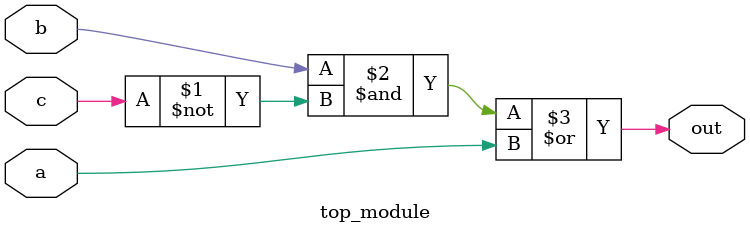
<source format=sv>
module top_module(
    input a, 
    input b,
    input c,
    output out
);
    assign out = (b & ~c) | a;
endmodule

</source>
